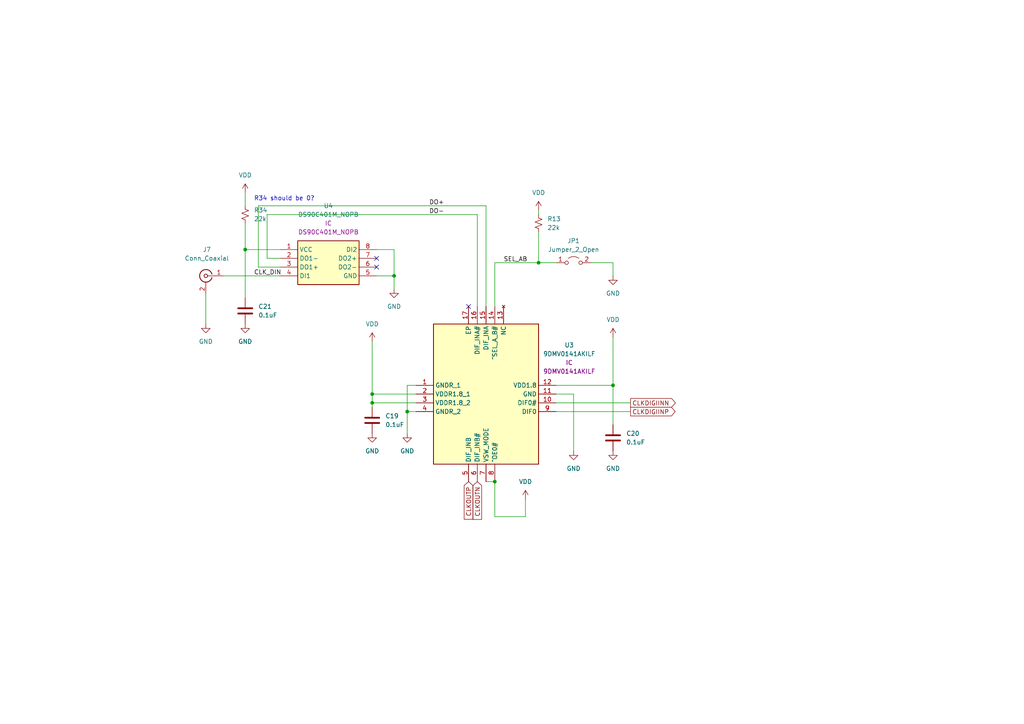
<source format=kicad_sch>
(kicad_sch (version 20230121) (generator eeschema)
  (paper "A4")
  (title_block (title "Clk mux"))
  (lib_symbols
    (symbol "9DMV0141AKILF:9DMV0141AKILF"
      (property "Value" "9DMV0141AKILF" (at 0 0 0))
      (property "Reference_1" "IC" (at 36.83 22.86 0))
      (property "Value_1" "9DMV0141AKILF" (at 36.83 20.32 0))
      (symbol "9DMV0141AKILF_1_1"
        (rectangle (start 5.08 17.78) (end 35.56 -22.86) (stroke (width 0.254)) (fill (type background)))
        (pin passive line (at 0 0 0) (length 5.08) (name "GNDR_1") (number "1"))
        (pin passive line (at 40.64 -5.08 180) (length 5.08) (name "DIF0#") (number "10"))
        (pin passive line (at 40.64 -2.54 180) (length 5.08) (name "GND") (number "11"))
        (pin passive line (at 40.64 0 180) (length 5.08) (name "VDD1.8") (number "12"))
        (pin no_connect line (at 25.4 22.86 270) (length 5.08) (name "NC") (number "13"))
        (pin passive line (at 22.86 22.86 270) (length 5.08) (name "^SEL_A_B#") (number "14"))
        (pin passive line (at 20.32 22.86 270) (length 5.08) (name "DIF_INA") (number "15"))
        (pin passive line (at 17.78 22.86 270) (length 5.08) (name "DIF_INA#") (number "16"))
        (pin passive line (at 15.24 22.86 270) (length 5.08) (name "EP") (number "17"))
        (pin passive line (at 0 -2.54 0) (length 5.08) (name "VDDR1.8_1") (number "2"))
        (pin passive line (at 0 -5.08 0) (length 5.08) (name "VDDR1.8_2") (number "3"))
        (pin passive line (at 0 -7.62 0) (length 5.08) (name "GNDR_2") (number "4"))
        (pin passive line (at 15.24 -27.94 90) (length 5.08) (name "DIF_INB") (number "5"))
        (pin passive line (at 17.78 -27.94 90) (length 5.08) (name "DIF_INB#") (number "6"))
        (pin passive line (at 20.32 -27.94 90) (length 5.08) (name "VSW_MODE") (number "7"))
        (pin passive line (at 22.86 -27.94 90) (length 5.08) (name "^OE0#") (number "8"))
        (pin passive line (at 40.64 -7.62 180) (length 5.08) (name "DIF0") (number "9"))
      )
    )
    (symbol "Connector:Conn_Coaxial" (pin_names (offset 1.016) hide)
      (property "Reference" "J" (at 0.254 3.048 0))
      (property "Value" "Conn_Coaxial" (at 2.921 0 90))
      (symbol "Conn_Coaxial_0_1"
        (arc (start -1.778 -0.508) (mid 0.2311 -1.8066) (end 1.778 0) (stroke (width 0.254)))
        (polyline (pts (xy -2.54 0) (xy -0.508 0)))
        (polyline (pts (xy 0 -2.54) (xy 0 -1.778)))
        (circle (center 0 0) (radius 0.508) (stroke (width 0.2032)))
        (arc (start 1.778 0) (mid 0.2099 1.8101) (end -1.778 0.508) (stroke (width 0.254)))
      )
      (symbol "Conn_Coaxial_1_1"
        (pin passive line (at -5.08 0 0) (length 2.54) (name "In") (number "1"))
        (pin passive line (at 0 -5.08 90) (length 2.54) (name "Ext") (number "2"))
      )
    )
    (symbol "DS90C401M_NOPB:DS90C401M_NOPB"
      (property "Value" "DS90C401M_NOPB" (at 0 0 0))
      (property "Reference_1" "IC" (at 24.13 7.62 0))
      (property "Value_1" "DS90C401M_NOPB" (at 24.13 5.08 0))
      (symbol "DS90C401M_NOPB_1_1"
        (rectangle (start 5.08 2.54) (end 22.86 -10.16) (stroke (width 0.254)) (fill (type background)))
        (pin passive line (at 0 0 0) (length 5.08) (name "VCC") (number "1"))
        (pin passive line (at 0 -2.54 0) (length 5.08) (name "DO1-") (number "2"))
        (pin passive line (at 0 -5.08 0) (length 5.08) (name "DO1+") (number "3"))
        (pin passive line (at 0 -7.62 0) (length 5.08) (name "DI1") (number "4"))
        (pin passive line (at 27.94 -7.62 180) (length 5.08) (name "GND") (number "5"))
        (pin passive line (at 27.94 -5.08 180) (length 5.08) (name "DO2-") (number "6"))
        (pin passive line (at 27.94 -2.54 180) (length 5.08) (name "DO2+") (number "7"))
        (pin passive line (at 27.94 0 180) (length 5.08) (name "DI2") (number "8"))
      )
    )
    (symbol "Device:C" (pin_numbers hide) (pin_names (offset 0.254))
      (property "Reference" "C" (at 0.635 2.54 0))
      (property "Value" "C" (at 0.635 -2.54 0))
      (symbol "C_0_1"
        (polyline (pts (xy -2.032 -0.762) (xy 2.032 -0.762)) (stroke (width 0.508)))
        (polyline (pts (xy -2.032 0.762) (xy 2.032 0.762)) (stroke (width 0.508)))
      )
      (symbol "C_1_1"
        (pin passive line (at 0 3.81 270) (length 2.794) (name "~") (number "1"))
        (pin passive line (at 0 -3.81 90) (length 2.794) (name "~") (number "2"))
      )
    )
    (symbol "Device:R_Small_US" (pin_numbers hide) (pin_names (offset 0.254) hide)
      (property "Reference" "R" (at 0.762 0.508 0))
      (property "Value" "R_Small_US" (at 0.762 -1.016 0))
      (symbol "R_Small_US_1_1"
        (polyline (pts (xy 0 0) (xy 1.016 -0.381) (xy 0 -0.762) (xy -1.016 -1.143) (xy 0 -1.524)))
        (polyline (pts (xy 0 1.524) (xy 1.016 1.143) (xy 0 0.762) (xy -1.016 0.381) (xy 0 0)))
        (pin passive line (at 0 2.54 270) (length 1.016) (name "~") (number "1"))
        (pin passive line (at 0 -2.54 90) (length 1.016) (name "~") (number "2"))
      )
    )
    (symbol "Jumper:Jumper_2_Open" (pin_names (offset 0) hide)
      (property "Reference" "JP" (at 0 2.794 0))
      (property "Value" "Jumper_2_Open" (at 0 -2.286 0))
      (symbol "Jumper_2_Open_0_0"
        (circle (center -2.032 0) (radius 0.508))
        (circle (center 2.032 0) (radius 0.508))
      )
      (symbol "Jumper_2_Open_0_1"
        (arc (start 1.524 1.27) (mid 0 1.778) (end -1.524 1.27))
      )
      (symbol "Jumper_2_Open_1_1"
        (pin passive line (at -5.08 0 0) (length 2.54) (name "A") (number "1"))
        (pin passive line (at 5.08 0 180) (length 2.54) (name "B") (number "2"))
      )
    )
    (symbol "power:GND" (power) (pin_names (offset 0))
      (property "Value" "GND" (at 0 -3.81 0))
      (symbol "GND_0_1"
        (polyline (pts (xy 0 0) (xy 0 -1.27) (xy 1.27 -1.27) (xy 0 -2.54) (xy -1.27 -1.27) (xy 0 -1.27)))
      )
      (symbol "GND_1_1"
        (pin power_in line (at 0 0 270) (length 0) hide (name "GND") (number "1"))
      )
    )
    (symbol "power:VDD" (power) (pin_names (offset 0))
      (property "Value" "VDD" (at 0 3.81 0))
      (symbol "VDD_0_1"
        (polyline (pts (xy -0.762 1.27) (xy 0 2.54)))
        (polyline (pts (xy 0 0) (xy 0 2.54)))
        (polyline (pts (xy 0 2.54) (xy 0.762 1.27)))
      )
      (symbol "VDD_1_1"
        (pin power_in line (at 0 0 90) (length 0) hide (name "VDD") (number "1"))
      )
    )
  )
  (junction (at 71.12 72.39))
  (junction (at 156.21 76.2))
  (junction (at 177.8 111.76))
  (junction (at 107.95 116.84))
  (junction (at 118.11 119.38))
  (junction (at 143.51 139.7))
  (junction (at 114.3 80.01))
  (junction (at 107.95 114.3))
  (no_connect (at 109.22 77.47))
  (no_connect (at 135.89 88.9))
  (no_connect (at 109.22 74.93))
  (wire (pts (xy 77.47 74.93) (xy 77.47 62.23)))
  (wire (pts (xy 140.97 139.7) (xy 143.51 139.7)))
  (wire (pts (xy 71.12 64.77) (xy 71.12 72.39)))
  (wire (pts (xy 109.22 72.39) (xy 114.3 72.39)))
  (wire (pts (xy 74.93 77.47) (xy 74.93 59.69)))
  (wire (pts (xy 64.77 80.01) (xy 81.28 80.01)))
  (wire (pts (xy 120.65 116.84) (xy 107.95 116.84)))
  (wire (pts (xy 177.8 111.76) (xy 177.8 123.19)))
  (wire (pts (xy 114.3 72.39) (xy 114.3 80.01)))
  (wire (pts (xy 114.3 80.01) (xy 114.3 83.82)))
  (wire (pts (xy 107.95 114.3) (xy 120.65 114.3)))
  (wire (pts (xy 71.12 55.88) (xy 71.12 59.69)))
  (wire (pts (xy 171.45 76.2) (xy 177.8 76.2)))
  (wire (pts (xy 118.11 119.38) (xy 120.65 119.38)))
  (wire (pts (xy 74.93 59.69) (xy 140.97 59.69)))
  (wire (pts (xy 156.21 76.2) (xy 161.29 76.2)))
  (wire (pts (xy 177.8 97.79) (xy 177.8 111.76)))
  (wire (pts (xy 143.51 76.2) (xy 156.21 76.2)))
  (wire (pts (xy 120.65 111.76) (xy 118.11 111.76)))
  (wire (pts (xy 156.21 67.31) (xy 156.21 76.2)))
  (wire (pts (xy 81.28 72.39) (xy 71.12 72.39)))
  (wire (pts (xy 107.95 114.3) (xy 107.95 116.84)))
  (wire (pts (xy 152.4 144.78) (xy 152.4 149.86)))
  (wire (pts (xy 143.51 149.86) (xy 152.4 149.86)))
  (wire (pts (xy 109.22 80.01) (xy 114.3 80.01)))
  (wire (pts (xy 138.43 62.23) (xy 138.43 88.9)))
  (wire (pts (xy 59.69 85.09) (xy 59.69 93.98)))
  (wire (pts (xy 74.93 77.47) (xy 81.28 77.47)))
  (wire (pts (xy 182.88 119.38) (xy 161.29 119.38)))
  (wire (pts (xy 161.29 111.76) (xy 177.8 111.76)))
  (wire (pts (xy 118.11 119.38) (xy 118.11 125.73)))
  (wire (pts (xy 143.51 139.7) (xy 143.51 149.86)))
  (wire (pts (xy 71.12 72.39) (xy 71.12 86.36)))
  (wire (pts (xy 140.97 59.69) (xy 140.97 88.9)))
  (wire (pts (xy 118.11 111.76) (xy 118.11 119.38)))
  (wire (pts (xy 77.47 62.23) (xy 138.43 62.23)))
  (wire (pts (xy 107.95 118.11) (xy 107.95 116.84)))
  (wire (pts (xy 156.21 60.96) (xy 156.21 62.23)))
  (wire (pts (xy 161.29 114.3) (xy 166.37 114.3)))
  (wire (pts (xy 81.28 74.93) (xy 77.47 74.93)))
  (wire (pts (xy 107.95 99.06) (xy 107.95 114.3)))
  (wire (pts (xy 177.8 76.2) (xy 177.8 80.01)))
  (wire (pts (xy 182.88 116.84) (xy 161.29 116.84)))
  (wire (pts (xy 143.51 88.9) (xy 143.51 76.2)))
  (wire (pts (xy 166.37 114.3) (xy 166.37 130.81)))
  (text "R34 should be 0?" (at 73.66 58.42 0) (effects (font (size 1.27 1.27)) (justify left bottom)))
  (label "DO-" (at 124.46 62.23 0))
  (label "SEL_AB" (at 146.05 76.2 0))
  (label "DO+" (at 124.46 59.69 0))
  (label "CLK_DIN" (at 73.66 80.01 0))
  (global_label "CLKOUTP" (shape input) (at 135.89 139.7 270) (property "Intersheetrefs" "${INTERSHEET_REFS}" (effects hide)))
  (global_label "CLKDIGIINN" (shape output) (at 182.88 116.84 0) (property "Intersheetrefs" "${INTERSHEET_REFS}" (effects hide)))
  (global_label "CLKOUTN" (shape input) (at 138.43 139.7 270) (property "Intersheetrefs" "${INTERSHEET_REFS}" (effects hide)))
  (global_label "CLKDIGIINP" (shape output) (at 182.88 119.38 0) (property "Intersheetrefs" "${INTERSHEET_REFS}" (effects hide)))
  (symbol (lib_id "power:GND") (at 59.69 93.98 0) (unit 1)
    (property "Reference" "#PWR0146" (effects hide))
    (property "Value" "GND" (at 59.69 99.06 0))
  )
  (symbol (lib_id "Jumper:Jumper_2_Open") (at 166.37 76.2 0) (unit 1)
    (property "Reference" "JP1" (at 166.37 69.85 0))
    (property "Value" "Jumper_2_Open" (at 166.37 72.39 0))
    (property "Footprint" "Connector_PinHeader_2.54mm:PinHeader_1x02_P2.54mm_Vertical" (effects hide))
  )
  (symbol (lib_id "power:VDD") (at 152.4 144.78 0) (unit 1)
    (property "Reference" "#PWR0143" (effects hide))
    (property "Value" "VDD" (at 152.4 139.7 0))
  )
  (symbol (lib_id "power:GND") (at 114.3 83.82 0) (unit 1)
    (property "Reference" "#PWR028" (effects hide))
    (property "Value" "GND" (at 114.3 88.9 0))
  )
  (symbol (lib_id "power:VDD") (at 156.21 60.96 0) (unit 1)
    (property "Reference" "#PWR0144" (effects hide))
    (property "Value" "VDD" (at 156.21 55.88 0))
  )
  (symbol (lib_id "power:GND") (at 177.8 130.81 0) (unit 1)
    (property "Reference" "#PWR09" (effects hide))
    (property "Value" "GND" (at 177.8 135.89 0))
  )
  (symbol (lib_id "Connector:Conn_Coaxial") (at 59.69 80.01 0) (mirror y) (unit 1)
    (property "Reference" "J7" (at 60.0074 72.39 0))
    (property "Value" "Conn_Coaxial" (at 60.0074 74.93 0))
    (property "Footprint" "Connector_Coaxial:SMA_Amphenol_901-144_Vertical" (effects hide))
    (property "Datasheet" " ~" (effects hide))
  )
  (symbol (lib_id "power:GND") (at 107.95 125.73 0) (unit 1)
    (property "Reference" "#PWR02" (effects hide))
    (property "Value" "GND" (at 107.95 130.81 0))
  )
  (symbol (lib_id "Device:C") (at 107.95 121.92 0) (unit 1)
    (property "Reference" "C19" (at 111.76 120.65 0) (effects (justify left)))
    (property "Value" "0.1uF" (at 111.76 123.19 0) (effects (justify left)))
    (property "Footprint" "Capacitor_SMD:C_0603_1608Metric" (effects hide))
  )
  (symbol (lib_id "power:VDD") (at 107.95 99.06 0) (unit 1)
    (property "Reference" "#PWR0139" (effects hide))
    (property "Value" "VDD" (at 107.95 93.98 0))
  )
  (symbol (lib_id "power:GND") (at 166.37 130.81 0) (unit 1)
    (property "Reference" "#PWR0140" (effects hide))
    (property "Value" "GND" (at 166.37 135.89 0))
  )
  (symbol (lib_id "Device:C") (at 71.12 90.17 0) (unit 1)
    (property "Reference" "C21" (at 74.93 88.9 0) (effects (justify left)))
    (property "Value" "0.1uF" (at 74.93 91.44 0) (effects (justify left)))
    (property "Footprint" "Capacitor_SMD:C_0603_1608Metric" (effects hide))
  )
  (symbol (lib_id "power:GND") (at 177.8 80.01 0) (unit 1)
    (property "Reference" "#PWR07" (effects hide))
    (property "Value" "GND" (at 177.8 85.09 0))
  )
  (symbol (lib_id "power:VDD") (at 177.8 97.79 0) (unit 1)
    (property "Reference" "#PWR0142" (effects hide))
    (property "Value" "VDD" (at 177.8 92.71 0))
  )
  (symbol (lib_id "power:VDD") (at 71.12 55.88 0) (unit 1)
    (property "Reference" "#PWR011" (effects hide))
    (property "Value" "VDD" (at 71.12 50.8 0))
  )
  (symbol (lib_id "Device:R_Small_US") (at 156.21 64.77 180) (unit 1)
    (property "Reference" "R13" (at 158.75 63.4999 0) (effects (justify right)))
    (property "Value" "22k" (at 158.75 66.0399 0) (effects (justify right)))
    (property "Footprint" "Resistor_SMD:R_0603_1608Metric" (effects hide))
  )
  (symbol (lib_id "DS90C401M_NOPB:DS90C401M_NOPB") (at 81.28 72.39 0) (unit 1)
    (property "Reference" "U4" (at 95.25 59.69 0))
    (property "Value" "DS90C401M_NOPB" (at 95.25 62.23 0))
    (property "Footprint" "DS90C401M:SOIC127P600X175-8N" (effects hide))
    (property "Reference_1" "IC" (at 95.25 64.77 0))
    (property "Value_1" "DS90C401M_NOPB" (at 95.25 67.31 0))
    (property "Footprint_1" "SOIC127P600X175-8N" (effects hide))
    (property "Datasheet_1" "http://www.ti.com/lit/ds/symlink/ds90c401.pdf" (effects hide))
    (property "Height" "1.75" (effects hide))
    (property "Mouser Part Number" "926-DS90C401M/NOPB" (effects hide))
    (property "Mouser Price/Stock" "https://www.mouser.co.uk/ProductDetail/Texas-Instruments/DS90C401M-NOPB?qs=7X5t%252BdzoRHAhb9VO1HvYOQ%3D%3D" (effects hide))
    (property "Manufacturer_Name" "Texas Instruments" (effects hide))
    (property "Manufacturer_Part_Number" "DS90C401M/NOPB" (effects hide))
  )
  (symbol (lib_id "9DMV0141AKILF:9DMV0141AKILF") (at 120.65 111.76 0) (unit 1)
    (property "Reference" "U3" (at 165.1 100.1012 0))
    (property "Value" "9DMV0141AKILF" (at 165.1 102.6412 0))
    (property "Footprint" "9DMV0141AKILF:QFN50P300X300X100-17N" (effects hide))
    (property "Reference_1" "IC" (at 165.1 105.1812 0))
    (property "Value_1" "9DMV0141AKILF" (at 165.1 107.7212 0))
    (property "Footprint_1" "QFN50P300X300X100-17N" (effects hide))
    (property "Datasheet_1" "https://componentsearchengine.com/Datasheets/1/9DMV0141AKILF.pdf" (effects hide))
    (property "Height" "1" (effects hide))
    (property "Mouser Part Number" "972-9DMV0141AKILF" (effects hide))
    (property "Mouser Price/Stock" "https://www.mouser.com/Search/Refine.aspx?Keyword=972-9DMV0141AKILF" (effects hide))
    (property "Manufacturer_Name" "IDT" (effects hide))
    (property "Manufacturer_Part_Number" "9DMV0141AKILF" (effects hide))
  )
  (symbol (lib_id "Device:C") (at 177.8 127 0) (unit 1)
    (property "Reference" "C20" (at 181.61 125.7299 0) (effects (justify left)))
    (property "Value" "0.1uF" (at 181.61 128.2699 0) (effects (justify left)))
    (property "Footprint" "Capacitor_SMD:C_0603_1608Metric" (effects hide))
  )
  (symbol (lib_id "Device:R_Small_US") (at 71.12 62.23 180) (unit 1)
    (property "Reference" "R34" (at 73.66 60.9599 0) (effects (justify right)))
    (property "Value" "22k" (at 73.66 63.4999 0) (effects (justify right)))
    (property "Footprint" "Resistor_SMD:R_0603_1608Metric" (effects hide))
  )
  (symbol (lib_id "power:GND") (at 118.11 125.73 0) (unit 1)
    (property "Reference" "#PWR0141" (effects hide))
    (property "Value" "GND" (at 118.11 130.81 0))
  )
  (symbol (lib_id "power:GND") (at 71.12 93.98 0) (unit 1)
    (property "Reference" "#PWR027" (effects hide))
    (property "Value" "GND" (at 71.12 99.06 0))
  )
)
</source>
